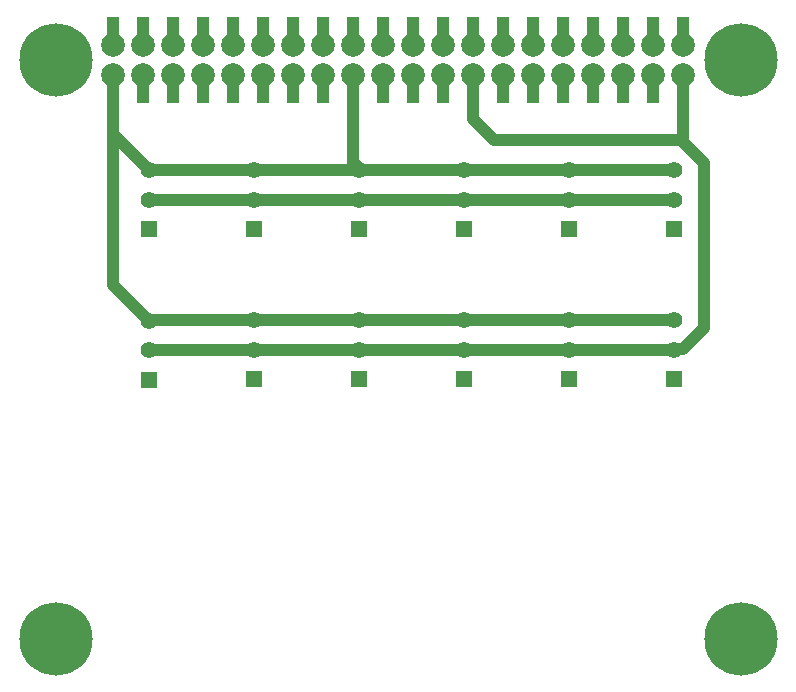
<source format=gbl>
G04*
G04 #@! TF.GenerationSoftware,Altium Limited,Altium Designer,25.1.2 (22)*
G04*
G04 Layer_Physical_Order=2*
G04 Layer_Color=16711680*
%FSLAX44Y44*%
%MOMM*%
G71*
G04*
G04 #@! TF.SameCoordinates,64B4FDAD-AF64-4148-92BB-00BBC35E7A55*
G04*
G04*
G04 #@! TF.FilePolarity,Positive*
G04*
G01*
G75*
%ADD11C,0.2540*%
%ADD13C,1.4000*%
%ADD14R,1.4000X1.4000*%
%ADD18C,6.2000*%
%ADD19R,1.0000X1.5600*%
%ADD20C,1.0000*%
%ADD21C,2.0000*%
D11*
X131159Y499821D02*
Y508959D01*
X134500Y512300D01*
X105759Y508959D02*
X109100Y512300D01*
X105759Y499821D02*
Y508959D01*
D13*
X558800Y431800D02*
D03*
Y406800D02*
D03*
X469900Y431800D02*
D03*
Y406800D02*
D03*
X381000Y304800D02*
D03*
Y279800D02*
D03*
X114300Y304400D02*
D03*
Y279400D02*
D03*
X203200Y304800D02*
D03*
Y279800D02*
D03*
X292100Y304800D02*
D03*
Y279800D02*
D03*
X558800Y304800D02*
D03*
Y279800D02*
D03*
X469900Y304800D02*
D03*
Y279800D02*
D03*
X114300Y431800D02*
D03*
Y406800D02*
D03*
X292100Y431800D02*
D03*
Y406800D02*
D03*
X381000Y431800D02*
D03*
Y406800D02*
D03*
X203200Y431800D02*
D03*
Y406800D02*
D03*
D14*
X558800Y381800D02*
D03*
X469900D02*
D03*
X381000Y254800D02*
D03*
X114300Y254400D02*
D03*
X203200Y254800D02*
D03*
X292100D02*
D03*
X558800D02*
D03*
X469900D02*
D03*
X114300Y381800D02*
D03*
X292100D02*
D03*
X381000D02*
D03*
X203200D02*
D03*
D18*
X615000Y525000D02*
D03*
X35000D02*
D03*
X615000Y35000D02*
D03*
X35000D02*
D03*
D19*
X83700Y554050D02*
D03*
X109100D02*
D03*
X134500D02*
D03*
X159900D02*
D03*
X185300D02*
D03*
X210700D02*
D03*
X236100D02*
D03*
X261500D02*
D03*
X286900D02*
D03*
X312300D02*
D03*
X337700D02*
D03*
X363100D02*
D03*
X388500D02*
D03*
X413900D02*
D03*
X439300D02*
D03*
X464700D02*
D03*
X490100D02*
D03*
X515500D02*
D03*
X540900D02*
D03*
X566300D02*
D03*
X83700Y495950D02*
D03*
X109100D02*
D03*
X134500D02*
D03*
X159900D02*
D03*
X185300D02*
D03*
X210700D02*
D03*
X236100D02*
D03*
X261500D02*
D03*
X286900D02*
D03*
X312300D02*
D03*
X337700D02*
D03*
X363100D02*
D03*
X388500D02*
D03*
X413900D02*
D03*
X439300D02*
D03*
X464700D02*
D03*
X490100D02*
D03*
X515500D02*
D03*
X540900D02*
D03*
X566300D02*
D03*
D20*
X388500D02*
Y512300D01*
Y475100D02*
Y495950D01*
X565150Y457200D02*
X566300Y456050D01*
X406400Y457200D02*
X565150D01*
X388500Y475100D02*
X406400Y457200D01*
X584200Y298450D02*
Y438150D01*
X566315Y280565D02*
X584200Y298450D01*
X558800Y279800D02*
X559565Y280565D01*
X566315D01*
X469900Y279800D02*
X558800D01*
X566300Y456050D02*
Y495950D01*
Y456050D02*
X584200Y438150D01*
X566300Y495950D02*
Y512300D01*
X114300Y279400D02*
X114500Y279600D01*
X203000D02*
X203200Y279800D01*
X114500Y279600D02*
X203000D01*
X203200Y279800D02*
X292100D01*
X381000D01*
X469900D01*
Y406800D02*
X558800D01*
X381000D02*
X469900D01*
X292100D02*
X381000D01*
X203200D02*
X292100D01*
X114300D02*
X203200D01*
X286900Y495950D02*
Y512300D01*
Y439165D02*
Y495950D01*
Y439165D02*
X292100Y433965D01*
Y431800D02*
Y433965D01*
X469900Y304800D02*
X558800D01*
X381000D02*
X469900D01*
X292100D02*
X381000D01*
X203200D02*
X292100D01*
X114500Y304600D02*
X203000D01*
X203200Y304800D01*
X114300Y304400D02*
X114500Y304600D01*
X83700Y335000D02*
X114300Y304400D01*
X83700Y335000D02*
Y462400D01*
X469900Y431800D02*
X558800D01*
X381000D02*
X469900D01*
X292100D02*
X381000D01*
X203200D02*
X292100D01*
X114300D02*
X203200D01*
X83700Y495950D02*
Y512300D01*
Y462400D02*
Y495950D01*
Y462400D02*
X114300Y431800D01*
D21*
X83700Y537700D02*
D03*
X109100D02*
D03*
X134500D02*
D03*
X159900D02*
D03*
X185300D02*
D03*
X210700D02*
D03*
X236100D02*
D03*
X261500D02*
D03*
X286900D02*
D03*
X312300D02*
D03*
X337700D02*
D03*
X363100D02*
D03*
X388500D02*
D03*
X413900D02*
D03*
X439300D02*
D03*
X464700D02*
D03*
X490100D02*
D03*
X515500D02*
D03*
X540900D02*
D03*
X566300D02*
D03*
X83700Y512300D02*
D03*
X109100D02*
D03*
X134500D02*
D03*
X159900D02*
D03*
X185300D02*
D03*
X210700D02*
D03*
X236100D02*
D03*
X261500D02*
D03*
X286900D02*
D03*
X312300D02*
D03*
X337700D02*
D03*
X363100D02*
D03*
X388500D02*
D03*
X413900D02*
D03*
X439300D02*
D03*
X464700D02*
D03*
X490100D02*
D03*
X515500D02*
D03*
X540900D02*
D03*
X566300D02*
D03*
M02*

</source>
